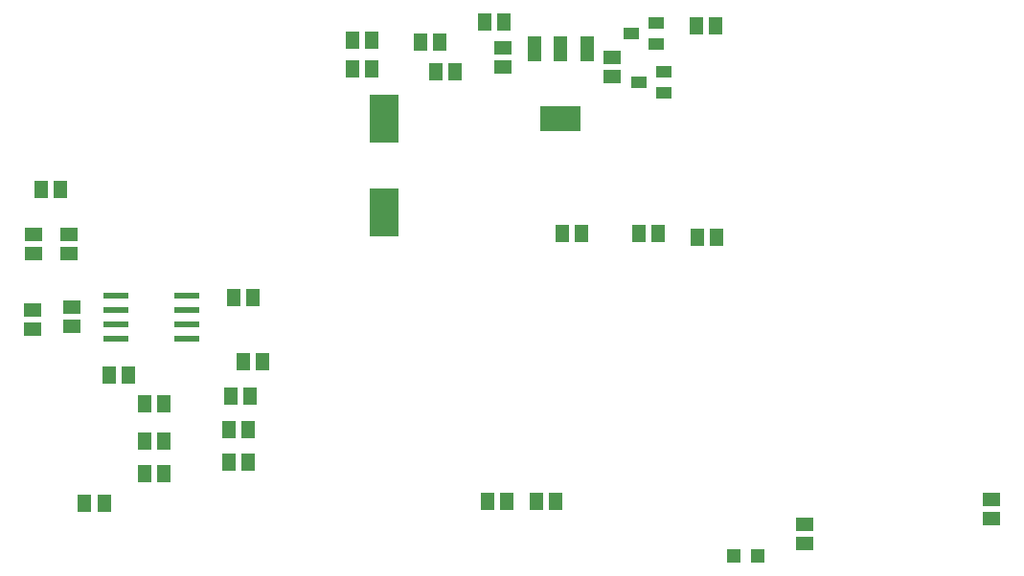
<source format=gbr>
G04 EAGLE Gerber RS-274X export*
G75*
%MOMM*%
%FSLAX34Y34*%
%LPD*%
%INSolderpaste Top*%
%IPPOS*%
%AMOC8*
5,1,8,0,0,1.08239X$1,22.5*%
G01*
%ADD10R,1.219200X2.235200*%
%ADD11R,3.600000X2.200000*%
%ADD12R,1.300000X1.500000*%
%ADD13R,1.500000X1.300000*%
%ADD14R,1.400000X1.000000*%
%ADD15R,2.500000X4.300000*%
%ADD16R,1.200000X1.200000*%
%ADD17R,2.200000X0.500000*%


D10*
X510794Y466598D03*
X487680Y466598D03*
X464566Y466598D03*
D11*
X487680Y404620D03*
D12*
X28330Y341630D03*
X45330Y341630D03*
X437760Y490220D03*
X420760Y490220D03*
X363610Y472440D03*
X380610Y472440D03*
D13*
X436880Y466970D03*
X436880Y449970D03*
X532892Y458588D03*
X532892Y441588D03*
X21590Y301870D03*
X21590Y284870D03*
D12*
X607704Y486918D03*
X624704Y486918D03*
D14*
X550340Y480060D03*
X572340Y489560D03*
X572340Y470560D03*
D12*
X556650Y303022D03*
X573650Y303022D03*
D15*
X331470Y321720D03*
X331470Y404720D03*
D13*
X703072Y45838D03*
X703072Y28838D03*
D16*
X640756Y18034D03*
X661756Y18034D03*
D17*
X94190Y247650D03*
X94190Y235050D03*
X94190Y222350D03*
X94190Y209650D03*
X157270Y247650D03*
X157270Y234950D03*
X157270Y222250D03*
X157270Y209550D03*
D12*
X215510Y246380D03*
X198510Y246380D03*
X394580Y446278D03*
X377580Y446278D03*
D13*
X21082Y235068D03*
X21082Y218068D03*
D12*
X465972Y65786D03*
X482972Y65786D03*
X320920Y448310D03*
X303920Y448310D03*
X303920Y473710D03*
X320920Y473710D03*
X119770Y90170D03*
X136770Y90170D03*
X119770Y119380D03*
X136770Y119380D03*
X136770Y152400D03*
X119770Y152400D03*
X206892Y189230D03*
X223892Y189230D03*
X212970Y158750D03*
X195970Y158750D03*
X194700Y100330D03*
X211700Y100330D03*
X211700Y129540D03*
X194700Y129540D03*
D13*
X53340Y284870D03*
X53340Y301870D03*
X55372Y237862D03*
X55372Y220862D03*
D14*
X556690Y436880D03*
X578690Y446380D03*
X578690Y427380D03*
D12*
X488832Y303276D03*
X505832Y303276D03*
X105274Y177546D03*
X88274Y177546D03*
X608466Y299974D03*
X625466Y299974D03*
D13*
X868426Y67682D03*
X868426Y50682D03*
D12*
X83938Y64008D03*
X66938Y64008D03*
X440300Y66040D03*
X423300Y66040D03*
M02*

</source>
